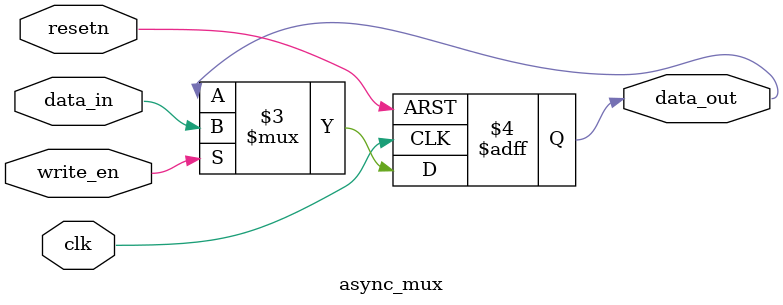
<source format=v>

module async_mux (
    input  wire        clk,
    input  wire        data_in,
    input  wire        resetn,
    input  wire        write_en,
    output reg         data_out
);

always @(posedge clk or negedge resetn) begin
    if (~resetn) begin
        data_out <= 1'h0;
    end else begin
        // Mux-style enable: write_en ? data_in : data_out
        // Yosys will synthesize this as a separate mux feeding the DFF
        data_out <= write_en ? data_in : data_out;
    end
end

endmodule
</source>
